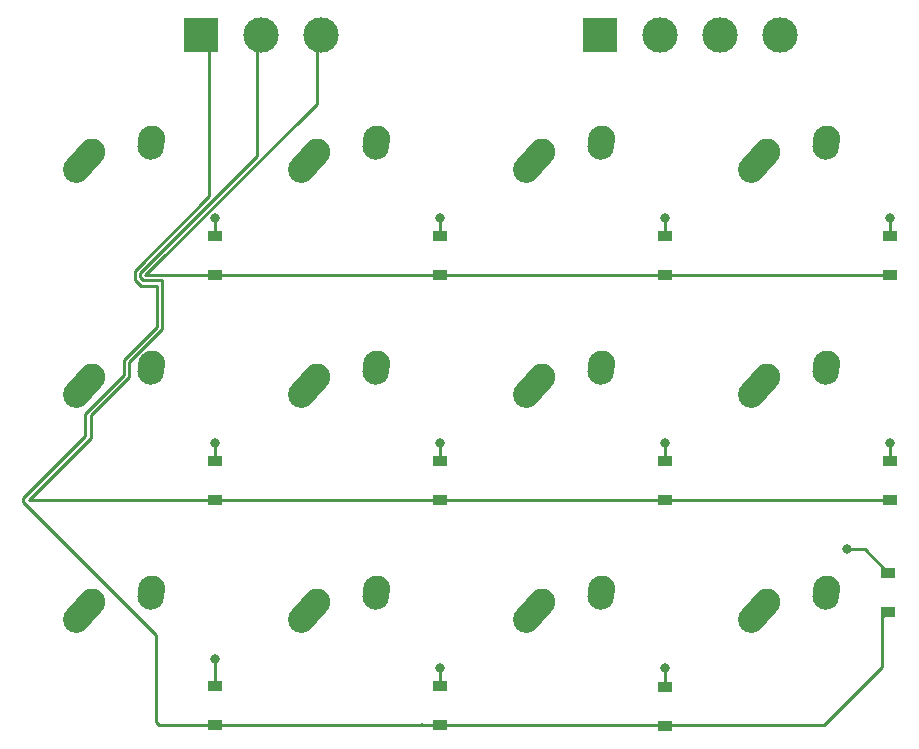
<source format=gbl>
G04 #@! TF.GenerationSoftware,KiCad,Pcbnew,8.0.7*
G04 #@! TF.CreationDate,2024-12-19T23:47:55-08:00*
G04 #@! TF.ProjectId,Deej keypad,4465656a-206b-4657-9970-61642e6b6963,rev?*
G04 #@! TF.SameCoordinates,Original*
G04 #@! TF.FileFunction,Copper,L2,Bot*
G04 #@! TF.FilePolarity,Positive*
%FSLAX46Y46*%
G04 Gerber Fmt 4.6, Leading zero omitted, Abs format (unit mm)*
G04 Created by KiCad (PCBNEW 8.0.7) date 2024-12-19 23:47:55*
%MOMM*%
%LPD*%
G01*
G04 APERTURE LIST*
G04 Aperture macros list*
%AMHorizOval*
0 Thick line with rounded ends*
0 $1 width*
0 $2 $3 position (X,Y) of the first rounded end (center of the circle)*
0 $4 $5 position (X,Y) of the second rounded end (center of the circle)*
0 Add line between two ends*
20,1,$1,$2,$3,$4,$5,0*
0 Add two circle primitives to create the rounded ends*
1,1,$1,$2,$3*
1,1,$1,$4,$5*%
G04 Aperture macros list end*
G04 #@! TA.AperFunction,ComponentPad*
%ADD10HorizOval,2.250000X0.655001X0.730000X-0.655001X-0.730000X0*%
G04 #@! TD*
G04 #@! TA.AperFunction,ComponentPad*
%ADD11C,2.250000*%
G04 #@! TD*
G04 #@! TA.AperFunction,ComponentPad*
%ADD12HorizOval,2.250000X0.020000X0.290000X-0.020000X-0.290000X0*%
G04 #@! TD*
G04 #@! TA.AperFunction,SMDPad,CuDef*
%ADD13R,1.200000X0.900000*%
G04 #@! TD*
G04 #@! TA.AperFunction,ComponentPad*
%ADD14R,3.000000X3.000000*%
G04 #@! TD*
G04 #@! TA.AperFunction,ComponentPad*
%ADD15C,3.000000*%
G04 #@! TD*
G04 #@! TA.AperFunction,ViaPad*
%ADD16C,0.800000*%
G04 #@! TD*
G04 #@! TA.AperFunction,Conductor*
%ADD17C,0.250000*%
G04 #@! TD*
G04 APERTURE END LIST*
D10*
X125432501Y-85630000D03*
D11*
X126087500Y-84900000D03*
D12*
X131107500Y-84110000D03*
D11*
X131127500Y-83820000D03*
D10*
X125432501Y-104680000D03*
D11*
X126087500Y-103950000D03*
D12*
X131107500Y-103160000D03*
D11*
X131127500Y-102870000D03*
D10*
X125432501Y-123730000D03*
D11*
X126087500Y-123000000D03*
D12*
X131107500Y-122210000D03*
D11*
X131127500Y-121920000D03*
D10*
X144482501Y-85630000D03*
D11*
X145137500Y-84900000D03*
D12*
X150157500Y-84110000D03*
D11*
X150177500Y-83820000D03*
D10*
X144482501Y-104680000D03*
D11*
X145137500Y-103950000D03*
D12*
X150157500Y-103160000D03*
D11*
X150177500Y-102870000D03*
D10*
X144482501Y-123730000D03*
D11*
X145137500Y-123000000D03*
D12*
X150157500Y-122210000D03*
D11*
X150177500Y-121920000D03*
D10*
X163532501Y-85630000D03*
D11*
X164187500Y-84900000D03*
D12*
X169207500Y-84110000D03*
D11*
X169227500Y-83820000D03*
D10*
X163532501Y-104680000D03*
D11*
X164187500Y-103950000D03*
D12*
X169207500Y-103160000D03*
D11*
X169227500Y-102870000D03*
D10*
X163532501Y-123730000D03*
D11*
X164187500Y-123000000D03*
D12*
X169207500Y-122210000D03*
D11*
X169227500Y-121920000D03*
D10*
X182582501Y-85630000D03*
D11*
X183237500Y-84900000D03*
D12*
X188257500Y-84110000D03*
D11*
X188277500Y-83820000D03*
D10*
X182582501Y-104680000D03*
D11*
X183237500Y-103950000D03*
D12*
X188257500Y-103160000D03*
D11*
X188277500Y-102870000D03*
D10*
X182582501Y-123730000D03*
D11*
X183237500Y-123000000D03*
D12*
X188257500Y-122210000D03*
D11*
X188277500Y-121920000D03*
D13*
X136525000Y-95312500D03*
X136525000Y-92012500D03*
X136525000Y-114362500D03*
X136525000Y-111062500D03*
X136525000Y-133412500D03*
X136525000Y-130112500D03*
X155575000Y-95312500D03*
X155575000Y-92012500D03*
X155575000Y-114362500D03*
X155575000Y-111062500D03*
X155575000Y-133412500D03*
X155575000Y-130112500D03*
X174625000Y-95312500D03*
X174625000Y-92012500D03*
X174625000Y-114362500D03*
X174625000Y-111062500D03*
X174625000Y-133475000D03*
X174625000Y-130175000D03*
X193675000Y-95312500D03*
X193675000Y-92012500D03*
X193675000Y-114362500D03*
X193675000Y-111062500D03*
X193500000Y-123800000D03*
X193500000Y-120500000D03*
D14*
X135340000Y-75000000D03*
D15*
X140420000Y-75000000D03*
X145500000Y-75000000D03*
D14*
X169068750Y-75000000D03*
D15*
X174148750Y-75000000D03*
X179228750Y-75000000D03*
X184308750Y-75000000D03*
D16*
X136525000Y-90487500D03*
X136525000Y-90487500D03*
X136525000Y-90487500D03*
X136525000Y-109537500D03*
X136525000Y-127793750D03*
X155575000Y-90487500D03*
X155575000Y-128587500D03*
X174625000Y-90487500D03*
X174625000Y-109537500D03*
X193675000Y-90487500D03*
X193675000Y-109537500D03*
X190000000Y-118500000D03*
X155575000Y-109537500D03*
X174625000Y-128587500D03*
D17*
X129688750Y-95685292D02*
X129688750Y-94939708D01*
X120262500Y-114176104D02*
X125500000Y-108938604D01*
X131500000Y-125786396D02*
X120262500Y-114548896D01*
X125500000Y-107050973D02*
X128787945Y-103763028D01*
X131750000Y-133412500D02*
X131500000Y-133162500D01*
X153925000Y-133350000D02*
X153987500Y-133412500D01*
X120262500Y-114548896D02*
X120262500Y-114176104D01*
X131550000Y-99706913D02*
X131550000Y-96212500D01*
X193000000Y-124300000D02*
X193500000Y-123800000D01*
X129688750Y-94939708D02*
X136000000Y-88628458D01*
X125500000Y-108938604D02*
X125500000Y-107050973D01*
X131500000Y-133162500D02*
X131500000Y-125786396D01*
X136000000Y-88628458D02*
X136000000Y-75660000D01*
X153987500Y-133412500D02*
X188087500Y-133412500D01*
X193000000Y-128500000D02*
X193000000Y-124300000D01*
X131550000Y-96212500D02*
X130215958Y-96212500D01*
X130215958Y-96212500D02*
X129688750Y-95685292D01*
X153987500Y-133412500D02*
X131750000Y-133412500D01*
X128787945Y-103763028D02*
X128787945Y-102468968D01*
X188087500Y-133412500D02*
X193000000Y-128500000D01*
X128787945Y-102468968D02*
X131550000Y-99706913D01*
X136000000Y-75660000D02*
X135340000Y-75000000D01*
X136525000Y-90487500D02*
X136525000Y-92012500D01*
X136525000Y-109537500D02*
X136525000Y-111062500D01*
X136525000Y-127793750D02*
X136525000Y-130112500D01*
X136525000Y-127881250D02*
X136525000Y-127793750D01*
X155575000Y-90487500D02*
X155575000Y-92012500D01*
X155575000Y-128587500D02*
X155575000Y-130112500D01*
X174625000Y-90487500D02*
X174625000Y-92012500D01*
X174625000Y-109537500D02*
X174625000Y-111062500D01*
X193675000Y-90487500D02*
X193675000Y-92012500D01*
X193675000Y-109537500D02*
X193675000Y-111062500D01*
X191500000Y-118500000D02*
X193500000Y-120500000D01*
X190000000Y-118500000D02*
X191500000Y-118500000D01*
X155575000Y-109537500D02*
X155575000Y-111062500D01*
X174625000Y-128587500D02*
X174625000Y-130175000D01*
X145097500Y-75402500D02*
X145500000Y-75000000D01*
X193675000Y-95312500D02*
X130588750Y-95312500D01*
X130588750Y-95312500D02*
X145097500Y-80803750D01*
X145097500Y-80803750D02*
X145097500Y-75402500D01*
X130138750Y-95498896D02*
X130138750Y-95126104D01*
X193675000Y-114362500D02*
X120712500Y-114362500D01*
X132000000Y-99893309D02*
X132000000Y-95762500D01*
X140017500Y-85247354D02*
X140017500Y-75402500D01*
X126000000Y-109075000D02*
X126000000Y-107187369D01*
X129237945Y-103949424D02*
X129237945Y-102655364D01*
X129237945Y-102655364D02*
X132000000Y-99893309D01*
X126000000Y-107187369D02*
X129237945Y-103949424D01*
X140017500Y-75402500D02*
X140420000Y-75000000D01*
X132000000Y-95762500D02*
X130402354Y-95762500D01*
X120712500Y-114362500D02*
X126000000Y-109075000D01*
X130138750Y-95126104D02*
X140017500Y-85247354D01*
X130402354Y-95762500D02*
X130138750Y-95498896D01*
M02*

</source>
